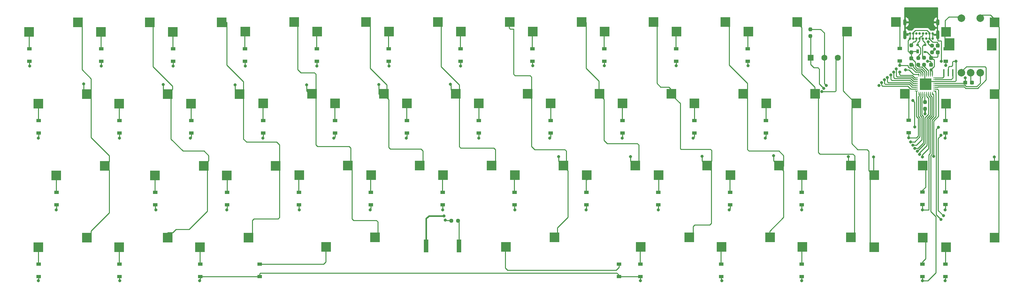
<source format=gbl>
G04 #@! TF.GenerationSoftware,KiCad,Pcbnew,(6.0.1)*
G04 #@! TF.CreationDate,2022-02-08T20:19:43+09:00*
G04 #@! TF.ProjectId,PCB_design_try,5043425f-6465-4736-9967-6e5f7472792e,rev?*
G04 #@! TF.SameCoordinates,Original*
G04 #@! TF.FileFunction,Copper,L2,Bot*
G04 #@! TF.FilePolarity,Positive*
%FSLAX46Y46*%
G04 Gerber Fmt 4.6, Leading zero omitted, Abs format (unit mm)*
G04 Created by KiCad (PCBNEW (6.0.1)) date 2022-02-08 20:19:43*
%MOMM*%
%LPD*%
G01*
G04 APERTURE LIST*
G04 Aperture macros list*
%AMRoundRect*
0 Rectangle with rounded corners*
0 $1 Rounding radius*
0 $2 $3 $4 $5 $6 $7 $8 $9 X,Y pos of 4 corners*
0 Add a 4 corners polygon primitive as box body*
4,1,4,$2,$3,$4,$5,$6,$7,$8,$9,$2,$3,0*
0 Add four circle primitives for the rounded corners*
1,1,$1+$1,$2,$3*
1,1,$1+$1,$4,$5*
1,1,$1+$1,$6,$7*
1,1,$1+$1,$8,$9*
0 Add four rect primitives between the rounded corners*
20,1,$1+$1,$2,$3,$4,$5,0*
20,1,$1+$1,$4,$5,$6,$7,0*
20,1,$1+$1,$6,$7,$8,$9,0*
20,1,$1+$1,$8,$9,$2,$3,0*%
G04 Aperture macros list end*
G04 #@! TA.AperFunction,SMDPad,CuDef*
%ADD10R,2.550000X2.500000*%
G04 #@! TD*
G04 #@! TA.AperFunction,SMDPad,CuDef*
%ADD11R,0.400000X1.900000*%
G04 #@! TD*
G04 #@! TA.AperFunction,ComponentPad*
%ADD12C,0.650000*%
G04 #@! TD*
G04 #@! TA.AperFunction,ComponentPad*
%ADD13O,0.900000X1.700000*%
G04 #@! TD*
G04 #@! TA.AperFunction,ComponentPad*
%ADD14O,0.900000X2.400000*%
G04 #@! TD*
G04 #@! TA.AperFunction,ComponentPad*
%ADD15RoundRect,0.250000X-0.550000X-0.550000X0.550000X-0.550000X0.550000X0.550000X-0.550000X0.550000X0*%
G04 #@! TD*
G04 #@! TA.AperFunction,ComponentPad*
%ADD16C,1.600000*%
G04 #@! TD*
G04 #@! TA.AperFunction,ComponentPad*
%ADD17C,2.000000*%
G04 #@! TD*
G04 #@! TA.AperFunction,ComponentPad*
%ADD18R,2.500000X3.200000*%
G04 #@! TD*
G04 #@! TA.AperFunction,SMDPad,CuDef*
%ADD19R,0.700000X1.000000*%
G04 #@! TD*
G04 #@! TA.AperFunction,SMDPad,CuDef*
%ADD20R,0.700000X0.600000*%
G04 #@! TD*
G04 #@! TA.AperFunction,SMDPad,CuDef*
%ADD21R,1.200000X0.900000*%
G04 #@! TD*
G04 #@! TA.AperFunction,SMDPad,CuDef*
%ADD22RoundRect,0.237500X-0.237500X0.250000X-0.237500X-0.250000X0.237500X-0.250000X0.237500X0.250000X0*%
G04 #@! TD*
G04 #@! TA.AperFunction,SMDPad,CuDef*
%ADD23RoundRect,0.237500X-0.237500X0.287500X-0.237500X-0.287500X0.237500X-0.287500X0.237500X0.287500X0*%
G04 #@! TD*
G04 #@! TA.AperFunction,SMDPad,CuDef*
%ADD24RoundRect,0.237500X0.237500X-0.250000X0.237500X0.250000X-0.237500X0.250000X-0.237500X-0.250000X0*%
G04 #@! TD*
G04 #@! TA.AperFunction,SMDPad,CuDef*
%ADD25RoundRect,0.237500X-0.237500X0.300000X-0.237500X-0.300000X0.237500X-0.300000X0.237500X0.300000X0*%
G04 #@! TD*
G04 #@! TA.AperFunction,SMDPad,CuDef*
%ADD26RoundRect,0.062500X0.375000X0.062500X-0.375000X0.062500X-0.375000X-0.062500X0.375000X-0.062500X0*%
G04 #@! TD*
G04 #@! TA.AperFunction,SMDPad,CuDef*
%ADD27RoundRect,0.062500X0.062500X0.375000X-0.062500X0.375000X-0.062500X-0.375000X0.062500X-0.375000X0*%
G04 #@! TD*
G04 #@! TA.AperFunction,SMDPad,CuDef*
%ADD28R,3.100000X3.100000*%
G04 #@! TD*
G04 #@! TA.AperFunction,SMDPad,CuDef*
%ADD29RoundRect,0.237500X0.237500X-0.300000X0.237500X0.300000X-0.237500X0.300000X-0.237500X-0.300000X0*%
G04 #@! TD*
G04 #@! TA.AperFunction,SMDPad,CuDef*
%ADD30R,1.300000X3.400000*%
G04 #@! TD*
G04 #@! TA.AperFunction,SMDPad,CuDef*
%ADD31RoundRect,0.237500X-0.300000X-0.237500X0.300000X-0.237500X0.300000X0.237500X-0.300000X0.237500X0*%
G04 #@! TD*
G04 #@! TA.AperFunction,SMDPad,CuDef*
%ADD32RoundRect,0.237500X-0.250000X-0.237500X0.250000X-0.237500X0.250000X0.237500X-0.250000X0.237500X0*%
G04 #@! TD*
G04 #@! TA.AperFunction,ViaPad*
%ADD33C,0.800000*%
G04 #@! TD*
G04 #@! TA.AperFunction,Conductor*
%ADD34C,0.250000*%
G04 #@! TD*
G04 #@! TA.AperFunction,Conductor*
%ADD35C,0.381000*%
G04 #@! TD*
G04 #@! TA.AperFunction,Conductor*
%ADD36C,0.330200*%
G04 #@! TD*
G04 APERTURE END LIST*
D10*
X102590000Y-80768750D03*
X115517000Y-78228750D03*
D11*
X267483750Y-34473750D03*
X266283750Y-34473750D03*
X268683750Y-34473750D03*
D12*
X257375000Y-25456250D03*
X258225000Y-25456250D03*
X259075000Y-25456250D03*
X259925000Y-25456250D03*
X260775000Y-25456250D03*
X261625000Y-25456250D03*
X262475000Y-25456250D03*
X263325000Y-25456250D03*
X263330000Y-24131250D03*
X262480000Y-24131250D03*
X261630000Y-24131250D03*
X260780000Y-24131250D03*
X259930000Y-24131250D03*
X259080000Y-24131250D03*
X258230000Y-24131250D03*
X257375000Y-24131250D03*
D13*
X264675000Y-21096250D03*
D14*
X264675000Y-24476250D03*
X256025000Y-24476250D03*
D13*
X256025000Y-21096250D03*
D15*
X231026250Y-30553750D03*
D16*
X234626250Y-30553750D03*
X238226250Y-30553750D03*
D10*
X150215000Y-80768750D03*
X163142000Y-78228750D03*
X138308750Y-23618750D03*
X151235750Y-21078750D03*
D17*
X270946250Y-34513750D03*
X273446250Y-34513750D03*
X275946250Y-34513750D03*
D18*
X267846250Y-27013750D03*
X279046250Y-27013750D03*
D17*
X270946250Y-20013750D03*
X275946250Y-20013750D03*
D10*
X247846250Y-80803750D03*
X260773250Y-78263750D03*
X247846250Y-61718750D03*
X260773250Y-59178750D03*
X256010750Y-40128750D03*
X243083750Y-42668750D03*
X240702500Y-23618750D03*
X253629500Y-21078750D03*
X219271250Y-42668750D03*
X232198250Y-40128750D03*
X207365000Y-80768750D03*
X220292000Y-78228750D03*
X181171250Y-42668750D03*
X194098250Y-40128750D03*
X157358750Y-23618750D03*
X170285750Y-21078750D03*
X100208750Y-23618750D03*
X113135750Y-21078750D03*
X81158750Y-23618750D03*
X94085750Y-21078750D03*
X69115000Y-80803750D03*
X82042000Y-78263750D03*
X42921250Y-23653750D03*
X55848250Y-21113750D03*
D19*
X259350000Y-28837500D03*
D20*
X259350000Y-27137500D03*
X261350000Y-27137500D03*
X261350000Y-29037500D03*
D10*
X39179500Y-40163750D03*
X26252500Y-42703750D03*
X43942000Y-59213750D03*
X31015000Y-61753750D03*
X184573250Y-59178750D03*
X171646250Y-61718750D03*
X127423250Y-59178750D03*
X114496250Y-61718750D03*
X279823250Y-40163750D03*
X266896250Y-42703750D03*
X60610750Y-78263750D03*
X47683750Y-80803750D03*
X39179500Y-78263750D03*
X26252500Y-80803750D03*
X36798250Y-21113750D03*
X23871250Y-23653750D03*
X198860750Y-78228750D03*
X185933750Y-80768750D03*
X279823250Y-59178750D03*
X266896250Y-61718750D03*
X279823250Y-21113750D03*
X266896250Y-23653750D03*
X70135750Y-59213750D03*
X57208750Y-61753750D03*
X89185750Y-59213750D03*
X76258750Y-61753750D03*
X241723250Y-78228750D03*
X228796250Y-80768750D03*
X132185750Y-21078750D03*
X119258750Y-23618750D03*
X98848250Y-40128750D03*
X85921250Y-42668750D03*
X79660750Y-40163750D03*
X66733750Y-42703750D03*
X213148250Y-40128750D03*
X200221250Y-42668750D03*
X222673250Y-59178750D03*
X209746250Y-61718750D03*
X146473250Y-59178750D03*
X133546250Y-61718750D03*
X189335750Y-21078750D03*
X176408750Y-23618750D03*
X208385750Y-21078750D03*
X195458750Y-23618750D03*
X228796250Y-61718750D03*
X241723250Y-59178750D03*
X266896250Y-80803750D03*
X279823250Y-78263750D03*
X60610750Y-40163750D03*
X47683750Y-42703750D03*
X227435750Y-21078750D03*
X214508750Y-23618750D03*
X155998250Y-40128750D03*
X143071250Y-42668750D03*
X136948250Y-40128750D03*
X124021250Y-42668750D03*
X203623250Y-59178750D03*
X190696250Y-61718750D03*
X175048250Y-40128750D03*
X162121250Y-42668750D03*
X74898250Y-21113750D03*
X61971250Y-23653750D03*
X108373250Y-59178750D03*
X95446250Y-61718750D03*
X117898250Y-40128750D03*
X104971250Y-42668750D03*
X165523250Y-59178750D03*
X152596250Y-61718750D03*
D21*
X180181250Y-88580000D03*
X180181250Y-85280000D03*
X31100000Y-69530000D03*
X31100000Y-66230000D03*
X26337500Y-85280000D03*
X26337500Y-88580000D03*
X266763500Y-69436250D03*
X266763500Y-66136250D03*
X123968750Y-47180000D03*
X123968750Y-50480000D03*
X228663500Y-66230000D03*
X228663500Y-69530000D03*
X214344250Y-28130000D03*
X214344250Y-31430000D03*
X176356250Y-28130000D03*
X176356250Y-31430000D03*
X228663500Y-85280000D03*
X228663500Y-88580000D03*
D22*
X263221250Y-27286250D03*
X263221250Y-29111250D03*
D21*
X84931250Y-85280000D03*
X84931250Y-88580000D03*
D22*
X261316250Y-44116250D03*
X261316250Y-42291250D03*
D21*
X209693750Y-66230000D03*
X209693750Y-69530000D03*
X66818750Y-50480000D03*
X66818750Y-47180000D03*
D22*
X259561250Y-32421250D03*
X259561250Y-30596250D03*
D21*
X47768750Y-85280000D03*
X47768750Y-88580000D03*
X95393750Y-66230000D03*
X95393750Y-69530000D03*
X260635750Y-88580000D03*
X260635750Y-85280000D03*
D23*
X264741250Y-27343750D03*
X264741250Y-29093750D03*
D21*
X69200000Y-88580000D03*
X69200000Y-85280000D03*
X157306250Y-28130000D03*
X157306250Y-31430000D03*
X171593750Y-66230000D03*
X171593750Y-69530000D03*
D24*
X230936250Y-24786250D03*
X230936250Y-22961250D03*
D21*
X260635750Y-66198750D03*
X260635750Y-69498750D03*
X195406250Y-31430000D03*
X195406250Y-28130000D03*
X207312500Y-85280000D03*
X207312500Y-88580000D03*
X254631250Y-31368750D03*
X254631250Y-28068750D03*
X200168750Y-47180000D03*
X200168750Y-50480000D03*
D25*
X262926250Y-30641250D03*
X262926250Y-32366250D03*
D21*
X23956250Y-31430000D03*
X23956250Y-28130000D03*
X114443750Y-69530000D03*
X114443750Y-66230000D03*
X100156250Y-28130000D03*
X100156250Y-31430000D03*
X57293750Y-66230000D03*
X57293750Y-69530000D03*
X219138500Y-47180000D03*
X219138500Y-50480000D03*
X76343750Y-66230000D03*
X76343750Y-69530000D03*
X119206250Y-28130000D03*
X119206250Y-31430000D03*
X43006250Y-28130000D03*
X43006250Y-31430000D03*
X138256250Y-28130000D03*
X138256250Y-31430000D03*
X185881250Y-88580000D03*
X185881250Y-85280000D03*
X257051250Y-50408750D03*
X257051250Y-47108750D03*
D22*
X257681250Y-27226250D03*
X257681250Y-29051250D03*
D21*
X26337500Y-50480000D03*
X26337500Y-47180000D03*
X47768750Y-50480000D03*
X47768750Y-47180000D03*
D26*
X263948750Y-35828750D03*
X263948750Y-36328750D03*
X263948750Y-36828750D03*
X263948750Y-37328750D03*
X263948750Y-37828750D03*
X263948750Y-38328750D03*
X263948750Y-38828750D03*
X263948750Y-39328750D03*
D27*
X263261250Y-40016250D03*
X262761250Y-40016250D03*
X262261250Y-40016250D03*
X261761250Y-40016250D03*
X261261250Y-40016250D03*
X260761250Y-40016250D03*
X260261250Y-40016250D03*
X259761250Y-40016250D03*
D26*
X259073750Y-39328750D03*
X259073750Y-38828750D03*
X259073750Y-38328750D03*
X259073750Y-37828750D03*
X259073750Y-37328750D03*
X259073750Y-36828750D03*
X259073750Y-36328750D03*
X259073750Y-35828750D03*
D27*
X259761250Y-35141250D03*
X260261250Y-35141250D03*
X260761250Y-35141250D03*
X261261250Y-35141250D03*
X261761250Y-35141250D03*
X262261250Y-35141250D03*
X262761250Y-35141250D03*
X263261250Y-35141250D03*
D28*
X261511250Y-37578750D03*
D21*
X266843750Y-31430000D03*
X266843750Y-28130000D03*
X190643750Y-66230000D03*
X190643750Y-69530000D03*
X143018750Y-50480000D03*
X143018750Y-47180000D03*
D29*
X257666250Y-32416250D03*
X257666250Y-30691250D03*
D21*
X152543750Y-66230000D03*
X152543750Y-69530000D03*
D30*
X129105000Y-80487500D03*
X137805000Y-80487500D03*
D21*
X85868750Y-50480000D03*
X85868750Y-47180000D03*
X104918750Y-47180000D03*
X104918750Y-50480000D03*
D22*
X261081250Y-30566250D03*
X261081250Y-32391250D03*
D21*
X266731750Y-50480000D03*
X266731750Y-47180000D03*
X181118750Y-47180000D03*
X181118750Y-50480000D03*
D31*
X273758750Y-37113750D03*
X272033750Y-37113750D03*
D21*
X133493750Y-69530000D03*
X133493750Y-66230000D03*
X81106250Y-31430000D03*
X81106250Y-28130000D03*
D32*
X135750000Y-73783750D03*
X137575000Y-73783750D03*
D21*
X62056250Y-31430000D03*
X62056250Y-28130000D03*
X266731750Y-88580000D03*
X266731750Y-85280000D03*
X162068750Y-47180000D03*
X162068750Y-50480000D03*
D33*
X234525588Y-38663088D03*
X271976250Y-35883750D03*
X234010130Y-39544852D03*
X258151250Y-41888750D03*
X258601250Y-48868750D03*
X279691250Y-56828750D03*
X263607230Y-56728750D03*
X264847341Y-48988750D03*
X265571841Y-51144250D03*
X235171250Y-37917761D03*
X249113187Y-37932203D03*
X256181250Y-33718750D03*
X254611250Y-34358750D03*
X262202333Y-26339628D03*
X269501250Y-31488750D03*
X263856443Y-28275625D03*
X265644248Y-31468750D03*
X262036591Y-31490544D03*
X164231250Y-56798750D03*
X257558462Y-52869157D03*
X258122577Y-53694250D03*
X183251250Y-56748750D03*
X202221250Y-56718750D03*
X258638146Y-54579379D03*
X259279352Y-55346099D03*
X221201250Y-56498750D03*
X259861250Y-56158750D03*
X240981250Y-56808750D03*
X260661250Y-56848750D03*
X247731250Y-56883250D03*
X133855000Y-72487500D03*
X266201250Y-72478750D03*
X261308951Y-45446452D03*
X262921553Y-33730587D03*
X185855000Y-89687500D03*
X207455000Y-89687500D03*
X228655000Y-89687500D03*
X47855000Y-89687500D03*
X266655000Y-89687500D03*
X260655000Y-89687500D03*
X69055000Y-89687500D03*
X26255000Y-89687500D03*
X265581250Y-73438750D03*
X134180000Y-73587500D03*
X195331250Y-32668750D03*
X42941250Y-32768750D03*
X157331250Y-32668750D03*
X62031250Y-32768750D03*
X138231250Y-32768750D03*
X176331250Y-32668750D03*
X100131250Y-32768750D03*
X81131250Y-32768750D03*
X119231250Y-32768750D03*
X23971250Y-32768750D03*
X214431250Y-32668750D03*
X266831250Y-32568750D03*
X254621250Y-32558750D03*
X104631250Y-51868750D03*
X143031250Y-51868750D03*
X161831250Y-51868750D03*
X47831250Y-51868750D03*
X66631250Y-51868750D03*
X85831250Y-51868750D03*
X257021250Y-51788750D03*
X26255000Y-51868750D03*
X266631250Y-51868750D03*
X219031250Y-51868750D03*
X199831250Y-51868750D03*
X123831250Y-51868750D03*
X181031250Y-51868750D03*
X266655000Y-70887500D03*
X133455000Y-70887500D03*
X228655000Y-70887500D03*
X209455000Y-70887500D03*
X114255000Y-70887500D03*
X57455000Y-70887500D03*
X260655000Y-70887500D03*
X171455000Y-70887500D03*
X76255000Y-70887500D03*
X31055000Y-70887500D03*
X190655000Y-70887500D03*
X152655000Y-70887500D03*
X95455000Y-70887500D03*
X253721250Y-33478750D03*
X38351250Y-37438750D03*
X59381250Y-37658750D03*
X252996750Y-34347237D03*
X78441250Y-37688750D03*
X252272250Y-35088056D03*
X97421250Y-37728750D03*
X251351250Y-35740278D03*
X116571250Y-37658750D03*
X250565379Y-36357864D03*
X249821250Y-37173250D03*
X135521250Y-37598750D03*
D34*
X200221250Y-47127500D02*
X200168750Y-47180000D01*
X200221250Y-42668750D02*
X200221250Y-47127500D01*
X190696250Y-66177500D02*
X190643750Y-66230000D01*
X190696250Y-61718750D02*
X190696250Y-66177500D01*
X162121250Y-47127500D02*
X162068750Y-47180000D01*
X162121250Y-42668750D02*
X162121250Y-47127500D01*
X76343750Y-61883750D02*
X76343750Y-66230000D01*
X76258750Y-61798750D02*
X76343750Y-61883750D01*
X76258750Y-61753750D02*
X76258750Y-61798750D01*
X42921250Y-28045000D02*
X43006250Y-28130000D01*
X42921250Y-23653750D02*
X42921250Y-28045000D01*
X47683750Y-47095000D02*
X47768750Y-47180000D01*
X47683750Y-42703750D02*
X47683750Y-47095000D01*
X268271250Y-36328750D02*
X268683750Y-35916250D01*
X263948750Y-36328750D02*
X268271250Y-36328750D01*
X268683750Y-35916250D02*
X268683750Y-34473750D01*
X265981250Y-35828750D02*
X266283750Y-35526250D01*
X266283750Y-35526250D02*
X266283750Y-34473750D01*
X263948750Y-35828750D02*
X265981250Y-35828750D01*
X267483750Y-33106250D02*
X267483750Y-34473750D01*
X267486250Y-33103750D02*
X267483750Y-33106250D01*
X267486250Y-33043750D02*
X267486250Y-33103750D01*
X267736250Y-32793750D02*
X267486250Y-33043750D01*
X268376250Y-32793750D02*
X267736250Y-32793750D01*
X268576250Y-32593750D02*
X268376250Y-32793750D01*
X268576250Y-31713750D02*
X268576250Y-32593750D01*
X268801250Y-31488750D02*
X268576250Y-31713750D01*
X269501250Y-31488750D02*
X268801250Y-31488750D01*
X256367500Y-24133750D02*
X257372500Y-24133750D01*
X257372500Y-24133750D02*
X257375000Y-24131250D01*
X256025000Y-24476250D02*
X256367500Y-24133750D01*
X263675000Y-24476250D02*
X263330000Y-24131250D01*
X264675000Y-24476250D02*
X263675000Y-24476250D01*
X264753750Y-24476250D02*
X264866250Y-24363750D01*
X264675000Y-24476250D02*
X264753750Y-24476250D01*
X234626250Y-37372761D02*
X234626250Y-30553750D01*
X235171250Y-37917761D02*
X234626250Y-37372761D01*
X233623750Y-22961250D02*
X230936250Y-22961250D01*
X234626250Y-23963750D02*
X233623750Y-22961250D01*
X234626250Y-30553750D02*
X234626250Y-23963750D01*
X230996250Y-24846250D02*
X230996250Y-30523750D01*
X230936250Y-24786250D02*
X230996250Y-24846250D01*
X230996250Y-30523750D02*
X231026250Y-30553750D01*
X231026250Y-32303750D02*
X231026250Y-31143750D01*
X232956250Y-33173750D02*
X231896250Y-33173750D01*
X231026250Y-31143750D02*
X230774109Y-30891609D01*
X233326250Y-33543750D02*
X232956250Y-33173750D01*
X233326250Y-37463750D02*
X233326250Y-33543750D01*
X231896250Y-33173750D02*
X231026250Y-32303750D01*
X234525588Y-38663088D02*
X233326250Y-37463750D01*
X237666250Y-39353750D02*
X237666250Y-30583750D01*
X234010130Y-39544852D02*
X237475148Y-39544852D01*
X237475148Y-39544852D02*
X237666250Y-39353750D01*
X273446250Y-36801250D02*
X273446250Y-34513750D01*
X273758750Y-37113750D02*
X273446250Y-36801250D01*
X272033750Y-35941250D02*
X271976250Y-35883750D01*
X272033750Y-37113750D02*
X272033750Y-35941250D01*
X263993750Y-37283750D02*
X263948750Y-37328750D01*
X272033750Y-37113750D02*
X271863750Y-37283750D01*
X271863750Y-37283750D02*
X263993750Y-37283750D01*
X119200000Y-41603000D02*
X117760750Y-40163750D01*
X119200000Y-54331250D02*
X119200000Y-41603000D01*
X127701250Y-54733750D02*
X119602500Y-54733750D01*
X128255000Y-58244500D02*
X128255000Y-55287500D01*
X128255000Y-55287500D02*
X127701250Y-54733750D01*
X127285750Y-59213750D02*
X128255000Y-58244500D01*
X119602500Y-54733750D02*
X119200000Y-54331250D01*
X183251250Y-58029250D02*
X183251250Y-56748750D01*
X184435750Y-59213750D02*
X183251250Y-58029250D01*
X185455000Y-58194500D02*
X184435750Y-59213750D01*
X177055000Y-53287500D02*
X185055000Y-53287500D01*
X176255000Y-41508000D02*
X176255000Y-52487500D01*
X185055000Y-53287500D02*
X185455000Y-53687500D01*
X185455000Y-53687500D02*
X185455000Y-58194500D01*
X175234500Y-40487500D02*
X176255000Y-41508000D01*
X174910750Y-40487500D02*
X175234500Y-40487500D01*
X176255000Y-52487500D02*
X177055000Y-53287500D01*
X26252500Y-47095000D02*
X26337500Y-47180000D01*
X26252500Y-42703750D02*
X26252500Y-47095000D01*
X23871250Y-28045000D02*
X23956250Y-28130000D01*
X23871250Y-23653750D02*
X23871250Y-28045000D01*
X279622000Y-20139500D02*
X278702979Y-19220479D01*
X279622000Y-21095000D02*
X279622000Y-20139500D01*
X278702979Y-19220479D02*
X275991250Y-19220479D01*
X267671250Y-19688750D02*
X270991250Y-19688750D01*
X266695000Y-20665000D02*
X267671250Y-19688750D01*
X266695000Y-23635000D02*
X266695000Y-20665000D01*
X261261250Y-37328750D02*
X261511250Y-37578750D01*
X261261250Y-35141250D02*
X261261250Y-37328750D01*
X262261250Y-36828750D02*
X261511250Y-37578750D01*
X263948750Y-36828750D02*
X262261250Y-36828750D01*
X266758750Y-47153000D02*
X266731750Y-47180000D01*
X266758750Y-42703750D02*
X266758750Y-47153000D01*
X272315761Y-32864239D02*
X270991250Y-34188750D01*
X277266739Y-32864239D02*
X272315761Y-32864239D01*
X277521250Y-36375276D02*
X277521250Y-33118750D01*
X275268736Y-38627790D02*
X277521250Y-36375276D01*
X271720236Y-38278270D02*
X272069757Y-38627790D01*
X272069757Y-38627790D02*
X275268736Y-38627790D01*
X277521250Y-33118750D02*
X277266739Y-32864239D01*
X264787448Y-38278270D02*
X271720236Y-38278270D01*
X263948750Y-38328750D02*
X264736968Y-38328750D01*
X264736968Y-38328750D02*
X264787448Y-38278270D01*
X275991250Y-37269558D02*
X275991250Y-34188750D01*
X275082538Y-38178270D02*
X275991250Y-37269558D01*
X272255954Y-38178270D02*
X275082538Y-38178270D01*
X271906434Y-37828750D02*
X272255954Y-38178270D01*
X263948750Y-37828750D02*
X271906434Y-37828750D01*
X239611250Y-39368750D02*
X242946250Y-42703750D01*
X239611250Y-24607500D02*
X239611250Y-39368750D01*
X240565000Y-23653750D02*
X239611250Y-24607500D01*
X258571250Y-48838750D02*
X258571250Y-42308750D01*
X258601250Y-48868750D02*
X258571250Y-48838750D01*
X258571250Y-42308750D02*
X258151250Y-41888750D01*
X259031250Y-51788750D02*
X257021250Y-51788750D01*
X259561550Y-51258450D02*
X259031250Y-51788750D01*
X259081250Y-46150518D02*
X259561550Y-46630818D01*
X259561550Y-46630818D02*
X259561550Y-51258450D01*
X259081250Y-39318750D02*
X259081250Y-46150518D01*
X259768750Y-40669816D02*
X259768750Y-40006250D01*
X259571250Y-40867316D02*
X259768750Y-40669816D01*
X260011070Y-51448930D02*
X260011070Y-46444620D01*
X260011070Y-46444620D02*
X259571250Y-46004800D01*
X258590843Y-52869157D02*
X260011070Y-51448930D01*
X259571250Y-46004800D02*
X259571250Y-40867316D01*
X257558462Y-52869157D02*
X258590843Y-52869157D01*
X260268750Y-40805532D02*
X260268750Y-40006250D01*
X260041730Y-41032553D02*
X260268750Y-40805532D01*
X260041730Y-45839562D02*
X260041730Y-41032553D01*
X260460590Y-46258423D02*
X260041730Y-45839562D01*
X260460590Y-52309410D02*
X260460590Y-46258423D01*
X258122577Y-53694250D02*
X259075750Y-53694250D01*
X259075750Y-53694250D02*
X260460590Y-52309410D01*
X260491250Y-41218750D02*
X260768750Y-40941250D01*
X260491250Y-45653365D02*
X260491250Y-41218750D01*
X260768750Y-40941250D02*
X260768750Y-40006250D01*
X260910110Y-46072225D02*
X260491250Y-45653365D01*
X259450621Y-54579379D02*
X260910110Y-53119890D01*
X258638146Y-54579379D02*
X259450621Y-54579379D01*
X260910110Y-53119890D02*
X260910110Y-46072225D01*
D35*
X261308951Y-44373549D02*
X261351250Y-44331250D01*
X261308951Y-45446452D02*
X261308951Y-44373549D01*
D34*
X261768750Y-40780014D02*
X261768750Y-40006250D01*
X262292690Y-41303954D02*
X261768750Y-40780014D01*
X261359630Y-46420371D02*
X262292690Y-45487311D01*
X261359630Y-53306088D02*
X261359630Y-46420371D01*
X259319619Y-55346099D02*
X261359630Y-53306088D01*
X262292690Y-45487311D02*
X262292690Y-41303954D01*
X259279352Y-55346099D02*
X259319619Y-55346099D01*
X262742210Y-41117756D02*
X262268750Y-40644296D01*
X262742210Y-45673508D02*
X262742210Y-41117756D01*
X261809150Y-53840915D02*
X261809150Y-46606568D01*
X259861250Y-55788815D02*
X261809150Y-53840915D01*
X261809150Y-46606568D02*
X262742210Y-45673508D01*
X262268750Y-40644296D02*
X262268750Y-40006250D01*
X259861250Y-56158750D02*
X259861250Y-55788815D01*
X263191730Y-45859705D02*
X263191730Y-40931558D01*
X262258670Y-46792765D02*
X263191730Y-45859705D01*
X263191730Y-40931558D02*
X262768750Y-40508578D01*
X262258670Y-54681330D02*
X262258670Y-46792765D01*
X260585761Y-56354239D02*
X262258670Y-54681330D01*
X260585761Y-56773261D02*
X260585761Y-56354239D01*
X260661250Y-56848750D02*
X260585761Y-56773261D01*
X262768750Y-40508578D02*
X262768750Y-40006250D01*
X263641250Y-40378750D02*
X263268750Y-40006250D01*
X263641250Y-46045903D02*
X263641250Y-40378750D01*
X262708190Y-46978963D02*
X263641250Y-46045903D01*
X262708190Y-55967459D02*
X262708190Y-46978963D01*
X262382500Y-56293149D02*
X262708190Y-55967459D01*
X262382500Y-70887500D02*
X262382500Y-56293149D01*
X260655000Y-70887500D02*
X262382500Y-70887500D01*
X264241250Y-39703750D02*
X263951250Y-39413750D01*
X264241250Y-46081621D02*
X264241250Y-39703750D01*
X263157710Y-47165161D02*
X264241250Y-46081621D01*
X262861250Y-56450116D02*
X263157710Y-56153656D01*
X262861250Y-71354468D02*
X262861250Y-56450116D01*
X264241250Y-72734468D02*
X262861250Y-71354468D01*
X262112500Y-89687500D02*
X264241250Y-87558750D01*
X263157710Y-56153656D02*
X263157710Y-47165161D01*
X264241250Y-87558750D02*
X264241250Y-72734468D01*
X260655000Y-89687500D02*
X262112500Y-89687500D01*
X261271250Y-42396250D02*
X261271250Y-40218750D01*
X261168750Y-42498750D02*
X261271250Y-42396250D01*
X264921250Y-39148750D02*
X264601250Y-38828750D01*
X264601250Y-38828750D02*
X263948750Y-38828750D01*
X264921250Y-46037339D02*
X264921250Y-39148750D01*
X263607230Y-47351359D02*
X264921250Y-46037339D01*
X263607230Y-56728750D02*
X263607230Y-47351359D01*
X279685750Y-56834250D02*
X279691250Y-56828750D01*
X279685750Y-59213750D02*
X279685750Y-56834250D01*
X264331730Y-49504361D02*
X264847341Y-48988750D01*
X264331730Y-72189230D02*
X264331730Y-49504361D01*
X265581250Y-73438750D02*
X264331730Y-72189230D01*
X264781250Y-51934841D02*
X265571841Y-51144250D01*
X264781250Y-71058750D02*
X264781250Y-51934841D01*
X266201250Y-72478750D02*
X264781250Y-71058750D01*
X266111250Y-72478750D02*
X266061250Y-72428750D01*
X266201250Y-72478750D02*
X266111250Y-72478750D01*
X235221250Y-37867761D02*
X235171250Y-37917761D01*
X257898379Y-38318750D02*
X259081250Y-38318750D01*
X250791730Y-37589230D02*
X257168859Y-37589230D01*
X257168859Y-37589230D02*
X257898379Y-38318750D01*
X250565379Y-36357864D02*
X250565379Y-37362879D01*
X250565379Y-37362879D02*
X250791730Y-37589230D01*
X256745261Y-38038750D02*
X257525261Y-38818750D01*
X257525261Y-38818750D02*
X259081250Y-38818750D01*
X250081250Y-38038750D02*
X256745261Y-38038750D01*
X249821250Y-37778750D02*
X250081250Y-38038750D01*
X249821250Y-37173250D02*
X249821250Y-37778750D01*
X251582210Y-37139710D02*
X257355057Y-37139710D01*
X257355057Y-37139710D02*
X258034097Y-37818750D01*
X258034097Y-37818750D02*
X259081250Y-37818750D01*
X251351250Y-36908750D02*
X251582210Y-37139710D01*
X251351250Y-35740278D02*
X251351250Y-36908750D01*
X257369815Y-36518750D02*
X258169815Y-37318750D01*
X252272250Y-36239750D02*
X252551250Y-36518750D01*
X258169815Y-37318750D02*
X259081250Y-37318750D01*
X252272250Y-35088056D02*
X252272250Y-36239750D01*
X252551250Y-36518750D02*
X257369815Y-36518750D01*
X257556013Y-36069230D02*
X258305533Y-36818750D01*
X258305533Y-36818750D02*
X259081250Y-36818750D01*
X253291730Y-36069230D02*
X257556013Y-36069230D01*
X252996750Y-35774250D02*
X253291730Y-36069230D01*
X252996750Y-34347237D02*
X252996750Y-35774250D01*
X257742210Y-35619710D02*
X258441730Y-36319230D01*
X253962210Y-35619710D02*
X257742210Y-35619710D01*
X253721250Y-35378750D02*
X253962210Y-35619710D01*
X253721250Y-33478750D02*
X253721250Y-35378750D01*
X257112685Y-33718750D02*
X258292685Y-34898750D01*
X256181250Y-33718750D02*
X257112685Y-33718750D01*
X258292685Y-34898750D02*
X259518750Y-34898750D01*
X259518750Y-34898750D02*
X259761250Y-35141250D01*
X256851730Y-32884046D02*
X256851730Y-32558750D01*
X257180954Y-33213270D02*
X256851730Y-32884046D01*
X258831730Y-34369230D02*
X257675770Y-33213270D01*
X257675770Y-33213270D02*
X257180954Y-33213270D01*
X259991558Y-34369230D02*
X258831730Y-34369230D01*
X260268750Y-34646422D02*
X259991558Y-34369230D01*
X256851730Y-32558750D02*
X254621250Y-32558750D01*
X260268750Y-35131250D02*
X260268750Y-34646422D01*
X258312210Y-32489710D02*
X258173750Y-32351250D01*
X258312210Y-33090243D02*
X258312210Y-32489710D01*
X258173750Y-32351250D02*
X257651250Y-32351250D01*
X258878354Y-33656387D02*
X258312210Y-33090243D01*
X259141676Y-33919710D02*
X258878354Y-33656387D01*
X260177755Y-33919710D02*
X259141676Y-33919710D01*
X260768750Y-34510705D02*
X260177755Y-33919710D01*
X260768750Y-35131250D02*
X260768750Y-34510705D01*
X258761730Y-32904046D02*
X258761730Y-31736730D01*
X259327874Y-33470190D02*
X258761730Y-32904046D01*
X260363953Y-33470190D02*
X259327874Y-33470190D01*
X258761730Y-31736730D02*
X257651250Y-30626250D01*
X261261250Y-34367487D02*
X260363953Y-33470190D01*
X261261250Y-35141250D02*
X261261250Y-34367487D01*
X258586967Y-35828750D02*
X259073750Y-35828750D01*
X257928409Y-35170191D02*
X258586967Y-35828750D01*
X254591250Y-34918750D02*
X254842690Y-35170190D01*
X254591250Y-34378750D02*
X254591250Y-34918750D01*
X254842690Y-35170190D02*
X257928409Y-35170191D01*
X254611250Y-34358750D02*
X254591250Y-34378750D01*
X260431250Y-24928750D02*
X260751250Y-24608750D01*
X259925000Y-25115000D02*
X260111250Y-24928750D01*
X259925000Y-25456250D02*
X259925000Y-25115000D01*
X260111250Y-24928750D02*
X260431250Y-24928750D01*
X260751250Y-24608750D02*
X260751250Y-24160000D01*
X260751250Y-24160000D02*
X260780000Y-24131250D01*
X260775000Y-25432500D02*
X260691250Y-25348750D01*
X260775000Y-25456250D02*
X260775000Y-25432500D01*
X263330000Y-25451250D02*
X263325000Y-25456250D01*
X263330000Y-24131250D02*
X263330000Y-25451250D01*
X263330000Y-24180000D02*
X263211250Y-24298750D01*
X263330000Y-24131250D02*
X263330000Y-24180000D01*
X257375000Y-24131250D02*
X257375000Y-25456250D01*
X256370000Y-24131250D02*
X256025000Y-24476250D01*
X258230000Y-25451250D02*
X258225000Y-25456250D01*
X258230000Y-24131250D02*
X258230000Y-25451250D01*
X258230000Y-23840000D02*
X258230000Y-24131250D01*
X261851250Y-23258750D02*
X258811250Y-23258750D01*
X262480000Y-23887500D02*
X261851250Y-23258750D01*
X258811250Y-23258750D02*
X258230000Y-23840000D01*
X262480000Y-24131250D02*
X262480000Y-23887500D01*
X262475000Y-24136250D02*
X262480000Y-24131250D01*
X262475000Y-25456250D02*
X262475000Y-24136250D01*
X264741250Y-26588750D02*
X264741250Y-27343750D01*
X264561250Y-26408750D02*
X264741250Y-26588750D01*
X263358952Y-26408750D02*
X264561250Y-26408750D01*
X262475000Y-25456250D02*
X262475000Y-25524798D01*
X262475000Y-25524798D02*
X263358952Y-26408750D01*
X262475000Y-25587681D02*
X262475000Y-25456250D01*
X262708750Y-27286250D02*
X263221250Y-27286250D01*
X262202333Y-26779833D02*
X262708750Y-27286250D01*
X262202333Y-26339628D02*
X262202333Y-26779833D01*
X269271250Y-36828750D02*
X263948750Y-36828750D01*
X269501250Y-36598750D02*
X269271250Y-36828750D01*
X269501250Y-31488750D02*
X269501250Y-36598750D01*
X263221250Y-28910818D02*
X263856443Y-28275625D01*
X263221250Y-29111250D02*
X263221250Y-28910818D01*
X264675000Y-25892500D02*
X264675000Y-24476250D01*
X264831250Y-26048750D02*
X264675000Y-25892500D01*
X265551250Y-26048750D02*
X264831250Y-26048750D01*
X265644248Y-26141748D02*
X265551250Y-26048750D01*
X265644248Y-31468750D02*
X265644248Y-26141748D01*
X264741250Y-30168750D02*
X264741250Y-29093750D01*
X264511250Y-30398750D02*
X264741250Y-30168750D01*
X263138750Y-30398750D02*
X264511250Y-30398750D01*
X262901250Y-30636250D02*
X263138750Y-30398750D01*
X257651250Y-29081250D02*
X257681250Y-29051250D01*
X257651250Y-30626250D02*
X257651250Y-29081250D01*
X256851250Y-28808750D02*
X256851250Y-25980000D01*
X257061250Y-29018750D02*
X256851250Y-28808750D01*
X257681250Y-29051250D02*
X257648750Y-29018750D01*
X257648750Y-29018750D02*
X257061250Y-29018750D01*
X256851250Y-25980000D02*
X257375000Y-25456250D01*
X257895000Y-28837500D02*
X257681250Y-29051250D01*
X259350000Y-28837500D02*
X257895000Y-28837500D01*
X257375000Y-25456250D02*
X257183750Y-25456250D01*
X260181250Y-29438750D02*
X260181250Y-27968750D01*
X260181250Y-27968750D02*
X259350000Y-27137500D01*
X259561250Y-30058750D02*
X260181250Y-29438750D01*
X259561250Y-30596250D02*
X259561250Y-30058750D01*
X259925000Y-26015000D02*
X259925000Y-25456250D01*
X259350000Y-27137500D02*
X259350000Y-26590000D01*
X259350000Y-26590000D02*
X259925000Y-26015000D01*
X260775000Y-25982500D02*
X260775000Y-25456250D01*
X261350000Y-26557500D02*
X260775000Y-25982500D01*
X261350000Y-27137500D02*
X261350000Y-26557500D01*
X260972500Y-27137500D02*
X261350000Y-27137500D01*
X260675489Y-27434511D02*
X260972500Y-27137500D01*
X261081250Y-30566250D02*
X260675489Y-30160489D01*
X260675489Y-30160489D02*
X260675489Y-27434511D01*
X262901250Y-30088750D02*
X261850000Y-29037500D01*
X261850000Y-29037500D02*
X261450000Y-29037500D01*
X262901250Y-30636250D02*
X262901250Y-30088750D01*
X262901250Y-30636250D02*
X262901250Y-30308750D01*
X262430954Y-31498270D02*
X262423228Y-31490544D01*
X262660770Y-31498270D02*
X262430954Y-31498270D01*
X262901250Y-31738750D02*
X262660770Y-31498270D01*
X262423228Y-31490544D02*
X262036591Y-31490544D01*
X262901250Y-32361250D02*
X262901250Y-31738750D01*
X263511250Y-30868750D02*
X262667500Y-30868750D01*
X263781250Y-32812316D02*
X263781250Y-31138750D01*
X263781250Y-31138750D02*
X263511250Y-30868750D01*
X263137796Y-33455770D02*
X263781250Y-32812316D01*
X262571250Y-32361250D02*
X262571250Y-32244919D01*
X263261250Y-34070284D02*
X262921553Y-33730587D01*
X263261250Y-35141250D02*
X263261250Y-34070284D01*
X262761250Y-33890890D02*
X262921553Y-33730587D01*
X262761250Y-35141250D02*
X262761250Y-33890890D01*
X261081250Y-32848750D02*
X261081250Y-32391250D01*
X262261250Y-34028750D02*
X261081250Y-32848750D01*
X262261250Y-35141250D02*
X262261250Y-34028750D01*
X259561250Y-32858750D02*
X259561250Y-32421250D01*
X260550150Y-33020670D02*
X259723170Y-33020670D01*
X261761250Y-34231770D02*
X260550150Y-33020670D01*
X261761250Y-35141250D02*
X261761250Y-34231770D01*
X259723170Y-33020670D02*
X259561250Y-32858750D01*
X263325000Y-25456250D02*
X263283750Y-25456250D01*
D36*
X261491250Y-37638750D02*
X261251630Y-37399130D01*
D34*
X164231250Y-58059250D02*
X164231250Y-56798750D01*
X165385750Y-59213750D02*
X164231250Y-58059250D01*
X258122577Y-53694250D02*
X257902136Y-53694250D01*
X203485750Y-59213750D02*
X202221250Y-57949250D01*
X202221250Y-57949250D02*
X202221250Y-56718750D01*
X204751250Y-57948250D02*
X203485750Y-59213750D01*
X204461250Y-54808750D02*
X204751250Y-55098750D01*
X196621250Y-54808750D02*
X204461250Y-54808750D01*
X196451250Y-54638750D02*
X196621250Y-54808750D01*
X196451250Y-42654250D02*
X196451250Y-54638750D01*
X204751250Y-55098750D02*
X204751250Y-57948250D01*
X193960750Y-40163750D02*
X196451250Y-42654250D01*
X221201250Y-57879250D02*
X221201250Y-56498750D01*
X222535750Y-59213750D02*
X221201250Y-57879250D01*
X240981250Y-58858750D02*
X241336250Y-59213750D01*
X240981250Y-56808750D02*
X240981250Y-58858750D01*
X241336250Y-59213750D02*
X241585750Y-59213750D01*
X247731250Y-56883250D02*
X247708750Y-56905750D01*
X247708750Y-56905750D02*
X247708750Y-61753750D01*
X242661250Y-58138250D02*
X241585750Y-59213750D01*
X233081250Y-55668750D02*
X233500000Y-56087500D01*
X242230000Y-56087500D02*
X242661250Y-56518750D01*
X242661250Y-56518750D02*
X242661250Y-58138250D01*
X233081250Y-41311250D02*
X233081250Y-55668750D01*
X232092500Y-40322500D02*
X233081250Y-41311250D01*
X233500000Y-56087500D02*
X242230000Y-56087500D01*
X257051250Y-51758750D02*
X257021250Y-51788750D01*
X257051250Y-50408750D02*
X257051250Y-51758750D01*
X266695000Y-23635000D02*
X266605489Y-23724511D01*
X266605489Y-23724511D02*
X266605489Y-28130000D01*
D35*
X129855000Y-72487500D02*
X129105000Y-73237500D01*
X129105000Y-73237500D02*
X129105000Y-80487500D01*
X133855000Y-72487500D02*
X129855000Y-72487500D01*
D34*
X31015000Y-61753750D02*
X31015000Y-66145000D01*
X31015000Y-66145000D02*
X31100000Y-66230000D01*
X84931250Y-88887500D02*
X85055000Y-88887500D01*
X228663500Y-88580000D02*
X228663500Y-89679000D01*
X180181250Y-88580000D02*
X185881250Y-88580000D01*
X260635750Y-88580000D02*
X260635750Y-89668250D01*
X266731750Y-88580000D02*
X266731750Y-89610750D01*
X207312500Y-89545000D02*
X207455000Y-89687500D01*
X185881250Y-89661250D02*
X185855000Y-89687500D01*
X180181250Y-88580000D02*
X180181250Y-88206250D01*
X260635750Y-89668250D02*
X260655000Y-89687500D01*
X185881250Y-88580000D02*
X185881250Y-89661250D01*
X47768750Y-88580000D02*
X47768750Y-89601250D01*
X228663500Y-89679000D02*
X228655000Y-89687500D01*
X84931250Y-87880000D02*
X84931250Y-88580000D01*
X84931250Y-88580000D02*
X84931250Y-88887500D01*
X85123750Y-87687500D02*
X84931250Y-87880000D01*
X69200000Y-89542500D02*
X69055000Y-89687500D01*
X179662500Y-87687500D02*
X85123750Y-87687500D01*
X47768750Y-89601250D02*
X47855000Y-89687500D01*
X180181250Y-88206250D02*
X179662500Y-87687500D01*
X84931250Y-88580000D02*
X69200000Y-88580000D01*
X207312500Y-88580000D02*
X207312500Y-89545000D01*
X26337500Y-89605000D02*
X26255000Y-89687500D01*
X266731750Y-89610750D02*
X266655000Y-89687500D01*
X26337500Y-88580000D02*
X26337500Y-89605000D01*
X69200000Y-88580000D02*
X69200000Y-89542500D01*
X61971250Y-28045000D02*
X62056250Y-28130000D01*
X61971250Y-23653750D02*
X61971250Y-28045000D01*
X66733750Y-47095000D02*
X66818750Y-47180000D01*
X66733750Y-42703750D02*
X66733750Y-47095000D01*
X69115000Y-85195000D02*
X69200000Y-85280000D01*
X69115000Y-80803750D02*
X69115000Y-85195000D01*
X81021250Y-23653750D02*
X81855000Y-23653750D01*
X81855000Y-23653750D02*
X81855000Y-24087500D01*
X81021250Y-28045000D02*
X81106250Y-28130000D01*
X81021250Y-23653750D02*
X81021250Y-28045000D01*
X85783750Y-47095000D02*
X85868750Y-47180000D01*
X85783750Y-42703750D02*
X85783750Y-47095000D01*
X114358750Y-66145000D02*
X114443750Y-66230000D01*
X114358750Y-61753750D02*
X114358750Y-66145000D01*
X133408750Y-66145000D02*
X133493750Y-66230000D01*
X133408750Y-61753750D02*
X133408750Y-66145000D01*
X185796250Y-80803750D02*
X185796250Y-85195000D01*
X185796250Y-85195000D02*
X185881250Y-85280000D01*
X195321250Y-23653750D02*
X195321250Y-28045000D01*
X195321250Y-28045000D02*
X195406250Y-28130000D01*
X254631250Y-28068750D02*
X254631250Y-22253000D01*
X254631250Y-22253000D02*
X253492000Y-21113750D01*
X255873250Y-40163750D02*
X256360771Y-40651271D01*
X255873250Y-40163750D02*
X255898250Y-40163750D01*
X255898250Y-40163750D02*
X257051250Y-41316750D01*
X257051250Y-41316750D02*
X257051250Y-47108750D01*
X260635750Y-59213750D02*
X261455000Y-60033000D01*
X261455000Y-64887500D02*
X260635750Y-65706750D01*
X261455000Y-60033000D02*
X261455000Y-64887500D01*
X260635750Y-65706750D02*
X260635750Y-66198750D01*
X261455000Y-83874125D02*
X261455000Y-79083000D01*
X260635750Y-84693375D02*
X261455000Y-83874125D01*
X260635750Y-85280000D02*
X260635750Y-84693375D01*
X261455000Y-79083000D02*
X260635750Y-78263750D01*
X266758750Y-61753750D02*
X266758750Y-66131500D01*
X266758750Y-66131500D02*
X266763500Y-66136250D01*
X266731750Y-80830750D02*
X266758750Y-80803750D01*
X266731750Y-85280000D02*
X266731750Y-80830750D01*
X259278348Y-30837500D02*
X259492500Y-30837500D01*
X258627011Y-26312989D02*
X259075000Y-25865000D01*
X259075000Y-25865000D02*
X259075000Y-25456250D01*
X257750000Y-26850000D02*
X258287011Y-26312989D01*
X258287011Y-26312989D02*
X258627011Y-26312989D01*
X137805000Y-73925000D02*
X137805000Y-80487500D01*
X137567500Y-73687500D02*
X137805000Y-73925000D01*
X135742500Y-73687500D02*
X134280000Y-73687500D01*
X246461250Y-55308750D02*
X246461250Y-60506250D01*
X246792500Y-79887500D02*
X247708750Y-80803750D01*
X246041250Y-54888750D02*
X246461250Y-55308750D01*
X242946250Y-42703750D02*
X242823750Y-42826250D01*
X241931250Y-53338750D02*
X243481250Y-54888750D01*
X246792500Y-62670000D02*
X246792500Y-79887500D01*
X246581250Y-60626250D02*
X247708750Y-61753750D01*
X242946250Y-42703750D02*
X241931250Y-42703750D01*
X247708750Y-61753750D02*
X246792500Y-62670000D01*
X243481250Y-54888750D02*
X246041250Y-54888750D01*
X246461250Y-60506250D02*
X247708750Y-61753750D01*
X241931250Y-42703750D02*
X241931250Y-53338750D01*
X26252500Y-80803750D02*
X26252500Y-85195000D01*
X26252500Y-85195000D02*
X26337500Y-85280000D01*
X57208750Y-61753750D02*
X57208750Y-66145000D01*
X57208750Y-66145000D02*
X57293750Y-66230000D01*
X47683750Y-80803750D02*
X47683750Y-85195000D01*
X47683750Y-85195000D02*
X47768750Y-85280000D01*
X95308750Y-61753750D02*
X95308750Y-66145000D01*
X95308750Y-66145000D02*
X95393750Y-66230000D01*
X101862500Y-85280000D02*
X84931250Y-85280000D01*
X102452500Y-84690000D02*
X101862500Y-85280000D01*
X102452500Y-80803750D02*
X102452500Y-84690000D01*
X100071250Y-23653750D02*
X100071250Y-28045000D01*
X100071250Y-28045000D02*
X100156250Y-28130000D01*
X104833750Y-42703750D02*
X104833750Y-47095000D01*
X104833750Y-47095000D02*
X104918750Y-47180000D01*
X119121250Y-23653750D02*
X119121250Y-28045000D01*
X119121250Y-28045000D02*
X119206250Y-28130000D01*
X123883750Y-47095000D02*
X123968750Y-47180000D01*
X123883750Y-42703750D02*
X123883750Y-47095000D01*
X138171250Y-23653750D02*
X138171250Y-28045000D01*
X138171250Y-28045000D02*
X138256250Y-28130000D01*
X152458750Y-66145000D02*
X152543750Y-66230000D01*
X152458750Y-61753750D02*
X152458750Y-66145000D01*
X157221250Y-28045000D02*
X157306250Y-28130000D01*
X157221250Y-23653750D02*
X157221250Y-28045000D01*
X171508750Y-61753750D02*
X171508750Y-62887500D01*
X171508750Y-62887500D02*
X171855000Y-62887500D01*
X171508750Y-61753750D02*
X171508750Y-66145000D01*
X171508750Y-66145000D02*
X171593750Y-66230000D01*
X176271250Y-23653750D02*
X176271250Y-28045000D01*
X176271250Y-28045000D02*
X176356250Y-28130000D01*
X181033750Y-42703750D02*
X181033750Y-47095000D01*
X181033750Y-47095000D02*
X181118750Y-47180000D01*
X209608750Y-61753750D02*
X209608750Y-66145000D01*
X209608750Y-66145000D02*
X209693750Y-66230000D01*
X207227500Y-85195000D02*
X207312500Y-85280000D01*
X207227500Y-80803750D02*
X207227500Y-85195000D01*
X214371250Y-28103000D02*
X214344250Y-28130000D01*
X214371250Y-23653750D02*
X214371250Y-28103000D01*
X219165500Y-42862500D02*
X219165500Y-47153000D01*
X219165500Y-47153000D02*
X219138500Y-47180000D01*
X228658750Y-66225250D02*
X228663500Y-66230000D01*
X228658750Y-61753750D02*
X228658750Y-66225250D01*
X228658750Y-80803750D02*
X228658750Y-85275250D01*
X228658750Y-85275250D02*
X228663500Y-85280000D01*
X23956250Y-31430000D02*
X23956250Y-32753750D01*
X195406250Y-32593750D02*
X195331250Y-32668750D01*
X254631250Y-31938750D02*
X254631250Y-31368750D01*
X100156250Y-31430000D02*
X100156250Y-32743750D01*
X254621250Y-32558750D02*
X254621250Y-31948750D01*
X81106250Y-31430000D02*
X81106250Y-32743750D01*
X100156250Y-32743750D02*
X100131250Y-32768750D01*
X119206250Y-31430000D02*
X119206250Y-32743750D01*
X176356250Y-31430000D02*
X176356250Y-32643750D01*
X138256250Y-32743750D02*
X138231250Y-32768750D01*
X43006250Y-32703750D02*
X43006250Y-31430000D01*
X62056250Y-32743750D02*
X62056250Y-31430000D01*
X62031250Y-32768750D02*
X62056250Y-32743750D01*
X157306250Y-31430000D02*
X157306250Y-32643750D01*
X266843750Y-31430000D02*
X266843750Y-32556250D01*
X176356250Y-32643750D02*
X176331250Y-32668750D01*
X214344250Y-31430000D02*
X214344250Y-32581750D01*
X214344250Y-32581750D02*
X214431250Y-32668750D01*
X23956250Y-32753750D02*
X23971250Y-32768750D01*
X195406250Y-31430000D02*
X195406250Y-32593750D01*
X254621250Y-31948750D02*
X254631250Y-31938750D01*
X266843750Y-32556250D02*
X266831250Y-32568750D01*
X119206250Y-32743750D02*
X119231250Y-32768750D01*
X42941250Y-32768750D02*
X43006250Y-32703750D01*
X138256250Y-31430000D02*
X138256250Y-32743750D01*
X157306250Y-32643750D02*
X157331250Y-32668750D01*
X81106250Y-32743750D02*
X81131250Y-32768750D01*
X200168750Y-50480000D02*
X200168750Y-51531250D01*
X219138500Y-51761500D02*
X219031250Y-51868750D01*
X85868750Y-50480000D02*
X85868750Y-51831250D01*
X162068750Y-50480000D02*
X162068750Y-51631250D01*
X104918750Y-50480000D02*
X104918750Y-51581250D01*
X47768750Y-50480000D02*
X47768750Y-51806250D01*
X85868750Y-51831250D02*
X85831250Y-51868750D01*
X162068750Y-51631250D02*
X161831250Y-51868750D01*
X26255000Y-51868750D02*
X26337500Y-51786250D01*
X266731750Y-51768250D02*
X266631250Y-51868750D01*
X219138500Y-50480000D02*
X219138500Y-51761500D01*
X47768750Y-51806250D02*
X47831250Y-51868750D01*
X143018750Y-50480000D02*
X143018750Y-51856250D01*
X66818750Y-51681250D02*
X66631250Y-51868750D01*
X66818750Y-50480000D02*
X66818750Y-51681250D01*
X26337500Y-51786250D02*
X26337500Y-50480000D01*
X200168750Y-51531250D02*
X199831250Y-51868750D01*
X104918750Y-51581250D02*
X104631250Y-51868750D01*
X123968750Y-51731250D02*
X123831250Y-51868750D01*
X181118750Y-51781250D02*
X181031250Y-51868750D01*
X143018750Y-51856250D02*
X143031250Y-51868750D01*
X266731750Y-50480000D02*
X266731750Y-51768250D01*
X219138500Y-50480000D02*
X218631250Y-50480000D01*
X123968750Y-50480000D02*
X123968750Y-51731250D01*
X218631250Y-50480000D02*
X218631250Y-50668750D01*
X181118750Y-50480000D02*
X181118750Y-51781250D01*
X190643750Y-70876250D02*
X190655000Y-70887500D01*
X133493750Y-70848750D02*
X133493750Y-69530000D01*
X57455000Y-70887500D02*
X57293750Y-70726250D01*
X95455000Y-70887500D02*
X95393750Y-70826250D01*
X114255000Y-70887500D02*
X114443750Y-70698750D01*
X133455000Y-70887500D02*
X133493750Y-70848750D01*
X266763500Y-70779000D02*
X266763500Y-69436250D01*
X76343750Y-69530000D02*
X76343750Y-70798750D01*
X228663500Y-70879000D02*
X228663500Y-69530000D01*
X152655000Y-70887500D02*
X152543750Y-70776250D01*
X190643750Y-69530000D02*
X190643750Y-70876250D01*
X228655000Y-70887500D02*
X228663500Y-70879000D01*
X209693750Y-70648750D02*
X209693750Y-69530000D01*
X152543750Y-70776250D02*
X152543750Y-69530000D01*
X114443750Y-70698750D02*
X114443750Y-69530000D01*
X57293750Y-70726250D02*
X57293750Y-69530000D01*
X209455000Y-70887500D02*
X209693750Y-70648750D01*
X76343750Y-70798750D02*
X76255000Y-70887500D01*
X171593750Y-70748750D02*
X171593750Y-69530000D01*
X260635750Y-70868250D02*
X260635750Y-69498750D01*
X31100000Y-70842500D02*
X31100000Y-69530000D01*
X95393750Y-70826250D02*
X95393750Y-69530000D01*
X31055000Y-70887500D02*
X31100000Y-70842500D01*
X171455000Y-70887500D02*
X171593750Y-70748750D01*
X266655000Y-70887500D02*
X266763500Y-70779000D01*
X45055000Y-60326750D02*
X45055000Y-71687500D01*
X40255000Y-76487500D02*
X40255000Y-77188250D01*
X40255000Y-77188250D02*
X39179500Y-78263750D01*
X40255000Y-51687500D02*
X45055000Y-56487500D01*
X45055000Y-56487500D02*
X45055000Y-58100750D01*
X38401250Y-39385500D02*
X38351250Y-39385500D01*
X40255000Y-36087500D02*
X40255000Y-39088250D01*
X40255000Y-40163750D02*
X40255000Y-51687500D01*
X40255000Y-39088250D02*
X39179500Y-40163750D01*
X36798250Y-21113750D02*
X37855000Y-22170500D01*
X43942000Y-59213750D02*
X45055000Y-60326750D01*
X37855000Y-22170500D02*
X37855000Y-33687500D01*
X259203750Y-36308750D02*
X258446250Y-36308750D01*
X37855000Y-33687500D02*
X40255000Y-36087500D01*
X45055000Y-58100750D02*
X43942000Y-59213750D01*
X45055000Y-71687500D02*
X40255000Y-76487500D01*
X39179500Y-40163750D02*
X38401250Y-39385500D01*
X39179500Y-40163750D02*
X40255000Y-40163750D01*
X38351250Y-39385500D02*
X38351250Y-37438750D01*
X71455000Y-57894500D02*
X70135750Y-59213750D01*
X61455000Y-41008000D02*
X61455000Y-52087500D01*
X59911250Y-39208750D02*
X59381250Y-39208750D01*
X60610750Y-76953500D02*
X60610750Y-78263750D01*
X71055000Y-71287500D02*
X66255000Y-76087500D01*
X64655000Y-55287500D02*
X70255000Y-55287500D01*
X60610750Y-40163750D02*
X61455000Y-41008000D01*
X71455000Y-56487500D02*
X71455000Y-57894500D01*
X61855000Y-38087500D02*
X56655000Y-32887500D01*
X60610750Y-39208750D02*
X59911250Y-39208750D01*
X60610750Y-40163750D02*
X61855000Y-38919500D01*
X66255000Y-76087500D02*
X62787000Y-76087500D01*
X70255000Y-55287500D02*
X71455000Y-56487500D01*
X56655000Y-32887500D02*
X56655000Y-21920500D01*
X62787000Y-76087500D02*
X61921000Y-76953500D01*
X71055000Y-59213750D02*
X71055000Y-71287500D01*
X61455000Y-52087500D02*
X64655000Y-55287500D01*
X59381250Y-39208750D02*
X59381250Y-37658750D01*
X70135750Y-59213750D02*
X71055000Y-59213750D01*
X61855000Y-38919500D02*
X61855000Y-38087500D01*
X60610750Y-40163750D02*
X60610750Y-39208750D01*
X56655000Y-21920500D02*
X55848250Y-21113750D01*
X61921000Y-76953500D02*
X60610750Y-76953500D01*
X80655000Y-40163750D02*
X80655000Y-52087500D01*
X89855000Y-73287500D02*
X83455000Y-73287500D01*
X89185750Y-59213750D02*
X90255000Y-60283000D01*
X83055000Y-77250750D02*
X82042000Y-78263750D01*
X83455000Y-73287500D02*
X83055000Y-73687500D01*
X90255000Y-72887500D02*
X89855000Y-73287500D01*
X90255000Y-60283000D02*
X90255000Y-72887500D01*
X80655000Y-36887500D02*
X80655000Y-39169500D01*
X74898250Y-21113750D02*
X76255000Y-21113750D01*
X79660750Y-40163750D02*
X80655000Y-40163750D01*
X89455000Y-52887500D02*
X90255000Y-53687500D01*
X90255000Y-58169500D02*
X89210750Y-59213750D01*
X90255000Y-53687500D02*
X90255000Y-58169500D01*
X78441250Y-37688750D02*
X78441250Y-38944250D01*
X83055000Y-73687500D02*
X83055000Y-77250750D01*
X76255000Y-21113750D02*
X76255000Y-32487500D01*
X76255000Y-32487500D02*
X80655000Y-36887500D01*
X78441250Y-38944250D02*
X79660750Y-40163750D01*
X81455000Y-52887500D02*
X89455000Y-52887500D01*
X80655000Y-39169500D02*
X79660750Y-40163750D01*
X89210750Y-59213750D02*
X89185750Y-59213750D01*
X80655000Y-52087500D02*
X81455000Y-52887500D01*
X109855000Y-73687500D02*
X115855000Y-73687500D01*
X95055000Y-22220500D02*
X95055000Y-33687500D01*
X99855000Y-39019500D02*
X98710750Y-40163750D01*
X100255000Y-54087500D02*
X108655000Y-54087500D01*
X116255000Y-74087500D02*
X116255000Y-77388250D01*
X99855000Y-34887500D02*
X99855000Y-39019500D01*
X108655000Y-54087500D02*
X109055000Y-54487500D01*
X99455000Y-34487500D02*
X99855000Y-34887500D01*
X116255000Y-77388250D02*
X115379500Y-78263750D01*
X97421250Y-39378750D02*
X97421250Y-37728750D01*
X93948250Y-21113750D02*
X95055000Y-22220500D01*
X99855000Y-41308000D02*
X99855000Y-53687500D01*
X95855000Y-34487500D02*
X99455000Y-34487500D01*
X98206250Y-40163750D02*
X97421250Y-39378750D01*
X108235750Y-59213750D02*
X109455000Y-59213750D01*
X99855000Y-53687500D02*
X100255000Y-54087500D01*
X109455000Y-73287500D02*
X109855000Y-73687500D01*
X109055000Y-58087500D02*
X108655000Y-58087500D01*
X95055000Y-33687500D02*
X95855000Y-34487500D01*
X109055000Y-54487500D02*
X109055000Y-58087500D01*
X109455000Y-59213750D02*
X109455000Y-73287500D01*
X98710750Y-40163750D02*
X99855000Y-41308000D01*
X115855000Y-73687500D02*
X116255000Y-74087500D01*
X98710750Y-40163750D02*
X98206250Y-40163750D01*
X116571250Y-37658750D02*
X116541250Y-37688750D01*
X118655000Y-37687500D02*
X118655000Y-39269500D01*
X114255000Y-33287500D02*
X118655000Y-37687500D01*
X113455000Y-21113750D02*
X113455000Y-21287500D01*
X116541250Y-37688750D02*
X116541250Y-40148750D01*
X118655000Y-39269500D02*
X117760750Y-40163750D01*
X113455000Y-21287500D02*
X114255000Y-22087500D01*
X116556250Y-40163750D02*
X117760750Y-40163750D01*
X112998250Y-21113750D02*
X113455000Y-21113750D01*
X114255000Y-22087500D02*
X114255000Y-33287500D01*
X116541250Y-40148750D02*
X116556250Y-40163750D01*
X137855000Y-37687500D02*
X137855000Y-39119500D01*
X147055000Y-54487500D02*
X147455000Y-54887500D01*
X136810750Y-40163750D02*
X135691250Y-39044250D01*
X137855000Y-41208000D02*
X137855000Y-54087500D01*
X135691250Y-39044250D02*
X135691250Y-37598750D01*
X137855000Y-54087500D02*
X138255000Y-54487500D01*
X133055000Y-22120500D02*
X133055000Y-32887500D01*
X147455000Y-58094500D02*
X146335750Y-59213750D01*
X137855000Y-39119500D02*
X136810750Y-40163750D01*
X132048250Y-21113750D02*
X133055000Y-22120500D01*
X136810750Y-40163750D02*
X137855000Y-41208000D01*
X133055000Y-32887500D02*
X137855000Y-37687500D01*
X138255000Y-54487500D02*
X147055000Y-54487500D01*
X135691250Y-37598750D02*
X135521250Y-37598750D01*
X147455000Y-54887500D02*
X147455000Y-58094500D01*
X152255000Y-34887500D02*
X152655000Y-35287500D01*
X163855000Y-77413250D02*
X163004500Y-78263750D01*
X151098250Y-21113750D02*
X151098250Y-22613750D01*
X165855000Y-54887500D02*
X166255000Y-55287500D01*
X166655000Y-72887500D02*
X163855000Y-75687500D01*
X156655000Y-35287500D02*
X157055000Y-35687500D01*
X157055000Y-40087500D02*
X156978750Y-40163750D01*
X166255000Y-58344500D02*
X165385750Y-59213750D01*
X151372000Y-22887500D02*
X152255000Y-22887500D01*
X152255000Y-22887500D02*
X152255000Y-34887500D01*
X155860750Y-40163750D02*
X157055000Y-41358000D01*
X163855000Y-75687500D02*
X163855000Y-77413250D01*
X165385750Y-59213750D02*
X166655000Y-60483000D01*
X151098250Y-22613750D02*
X151372000Y-22887500D01*
X157055000Y-35687500D02*
X157055000Y-40087500D01*
X165385750Y-59213750D02*
X166255000Y-59213750D01*
X166255000Y-55287500D02*
X166255000Y-58344500D01*
X157055000Y-54087500D02*
X157855000Y-54887500D01*
X166655000Y-60483000D02*
X166655000Y-72887500D01*
X156978750Y-40163750D02*
X155860750Y-40163750D01*
X152655000Y-35287500D02*
X156655000Y-35287500D01*
X157055000Y-41358000D02*
X157055000Y-54087500D01*
X157855000Y-54887500D02*
X165855000Y-54887500D01*
X174910750Y-40487500D02*
X174910750Y-40163750D01*
X174910750Y-36743250D02*
X174910750Y-40487500D01*
X171455000Y-21113750D02*
X171455000Y-33287500D01*
X171455000Y-33287500D02*
X174910750Y-36743250D01*
X170148250Y-21113750D02*
X171455000Y-21113750D01*
X203485750Y-59213750D02*
X204655000Y-60383000D01*
X193960750Y-38794979D02*
X193960750Y-40163750D01*
X190255000Y-37287500D02*
X191256729Y-38289229D01*
X200255000Y-74887500D02*
X199855000Y-75287500D01*
X190255000Y-22170500D02*
X190255000Y-37287500D01*
X189198250Y-21113750D02*
X190255000Y-22170500D01*
X191256729Y-38289229D02*
X193455000Y-38289229D01*
X193455000Y-38289229D02*
X193960750Y-38794979D01*
X204655000Y-60383000D02*
X204655000Y-74487500D01*
X204255000Y-74887500D02*
X200255000Y-74887500D01*
X204655000Y-74487500D02*
X204255000Y-74887500D01*
X199855000Y-75287500D02*
X199855000Y-77132000D01*
X199855000Y-77132000D02*
X198723250Y-78263750D01*
X222535750Y-59213750D02*
X223758500Y-57991000D01*
X222510750Y-59213750D02*
X223855000Y-60558000D01*
X214655000Y-55287500D02*
X214255000Y-54887500D01*
X214255000Y-37287500D02*
X214255000Y-38919500D01*
X222535750Y-59213750D02*
X222510750Y-59213750D01*
X209455000Y-32487500D02*
X214255000Y-37287500D01*
X222535750Y-59287500D02*
X223855000Y-59287500D01*
X222655000Y-55287500D02*
X214655000Y-55287500D01*
X222535750Y-59213750D02*
X222535750Y-59287500D01*
X214255000Y-41408000D02*
X213010750Y-40163750D01*
X209455000Y-22320500D02*
X209455000Y-32487500D01*
X223855000Y-59287500D02*
X223855000Y-56487500D01*
X223855000Y-72887500D02*
X220154500Y-76588000D01*
X223855000Y-56487500D02*
X222655000Y-55287500D01*
X214255000Y-38919500D02*
X213010750Y-40163750D01*
X220154500Y-76588000D02*
X220154500Y-78263750D01*
X208248250Y-21113750D02*
X209455000Y-22320500D01*
X214255000Y-54887500D02*
X214255000Y-41408000D01*
X223855000Y-60558000D02*
X223855000Y-72887500D01*
X242655000Y-60283000D02*
X242655000Y-77194500D01*
X241585750Y-59213750D02*
X242655000Y-60283000D01*
X227298250Y-21113750D02*
X228655000Y-22470500D01*
X242655000Y-77194500D02*
X241585750Y-78263750D01*
X228655000Y-34887500D02*
X232092500Y-38325000D01*
X232092500Y-38325000D02*
X232092500Y-40322500D01*
X228655000Y-22470500D02*
X228655000Y-34887500D01*
X280954511Y-38894989D02*
X279685750Y-40163750D01*
X279685750Y-40163750D02*
X280923750Y-41401750D01*
X280923750Y-41401750D02*
X280923750Y-57975750D01*
X280923750Y-60451750D02*
X280923750Y-77025750D01*
X280923750Y-77025750D02*
X279685750Y-78263750D01*
X279685750Y-59213750D02*
X280923750Y-60451750D01*
X280923750Y-57975750D02*
X279685750Y-59213750D01*
X280954511Y-22427511D02*
X280954511Y-38894989D01*
X279622000Y-21095000D02*
X280954511Y-22427511D01*
X179455000Y-86887500D02*
X180181250Y-86161250D01*
X180181250Y-86161250D02*
X180181250Y-85280000D01*
X150655000Y-86887500D02*
X179455000Y-86887500D01*
X150077500Y-86310000D02*
X150655000Y-86887500D01*
X150077500Y-80803750D02*
X150077500Y-86310000D01*
X142655000Y-42487500D02*
X143018750Y-42851250D01*
X142655000Y-42703750D02*
X142655000Y-42487500D01*
X143018750Y-42851250D02*
X143018750Y-47180000D01*
X142933750Y-42703750D02*
X142655000Y-42703750D01*
G04 #@! TA.AperFunction,Conductor*
G36*
X264748371Y-17161752D02*
G01*
X264794864Y-17215408D01*
X264806250Y-17267750D01*
X264806250Y-24729543D01*
X264803000Y-24730250D01*
X263803000Y-24730250D01*
X263734879Y-24710248D01*
X263688386Y-24656592D01*
X263677000Y-24604250D01*
X263677000Y-24348250D01*
X263697002Y-24280129D01*
X263750658Y-24233636D01*
X263803000Y-24222250D01*
X264402885Y-24222250D01*
X264418124Y-24217775D01*
X264419329Y-24216385D01*
X264421000Y-24208702D01*
X264421000Y-22817021D01*
X264417027Y-22803490D01*
X264410925Y-22802613D01*
X264258864Y-22858560D01*
X264247451Y-22864127D01*
X264092892Y-22959958D01*
X264082826Y-22967710D01*
X263950697Y-23092658D01*
X263942395Y-23102276D01*
X263838092Y-23251237D01*
X263831893Y-23262328D01*
X263816951Y-23296857D01*
X263771539Y-23351431D01*
X263703832Y-23372790D01*
X263650064Y-23361921D01*
X263594864Y-23337344D01*
X263582367Y-23333283D01*
X263424009Y-23299622D01*
X263410949Y-23298250D01*
X263249051Y-23298250D01*
X263235991Y-23299622D01*
X263077633Y-23333283D01*
X263065136Y-23337344D01*
X262978608Y-23375869D01*
X262908241Y-23385304D01*
X262843943Y-23355198D01*
X262838262Y-23349858D01*
X262354897Y-22866492D01*
X262347363Y-22858213D01*
X262343250Y-22851732D01*
X262293598Y-22805106D01*
X262290757Y-22802352D01*
X262271020Y-22782615D01*
X262267823Y-22780135D01*
X262258801Y-22772430D01*
X262254647Y-22768529D01*
X262226571Y-22742164D01*
X262219625Y-22738345D01*
X262219622Y-22738343D01*
X262208816Y-22732402D01*
X262192297Y-22721551D01*
X262191833Y-22721191D01*
X262176291Y-22709136D01*
X262169022Y-22705991D01*
X262169018Y-22705988D01*
X262135713Y-22691576D01*
X262125063Y-22686359D01*
X262086310Y-22665055D01*
X262066687Y-22660017D01*
X262047984Y-22653613D01*
X262036670Y-22648717D01*
X262036669Y-22648717D01*
X262029395Y-22645569D01*
X262021572Y-22644330D01*
X262021562Y-22644327D01*
X261985726Y-22638651D01*
X261974106Y-22636245D01*
X261938961Y-22627222D01*
X261938960Y-22627222D01*
X261931280Y-22625250D01*
X261911026Y-22625250D01*
X261891315Y-22623699D01*
X261879136Y-22621770D01*
X261871307Y-22620530D01*
X261842036Y-22623297D01*
X261827289Y-22624691D01*
X261815431Y-22625250D01*
X258890018Y-22625250D01*
X258878835Y-22624723D01*
X258871342Y-22623048D01*
X258863416Y-22623297D01*
X258863415Y-22623297D01*
X258803252Y-22625188D01*
X258799294Y-22625250D01*
X258771394Y-22625250D01*
X258767404Y-22625754D01*
X258755570Y-22626686D01*
X258711361Y-22628076D01*
X258703745Y-22630289D01*
X258703743Y-22630289D01*
X258691902Y-22633729D01*
X258672543Y-22637738D01*
X258671233Y-22637904D01*
X258652453Y-22640276D01*
X258645087Y-22643192D01*
X258645081Y-22643194D01*
X258611348Y-22656550D01*
X258600118Y-22660395D01*
X258584078Y-22665055D01*
X258557657Y-22672731D01*
X258550834Y-22676766D01*
X258540216Y-22683045D01*
X258522463Y-22691742D01*
X258514818Y-22694769D01*
X258503633Y-22699198D01*
X258489955Y-22709136D01*
X258467862Y-22725187D01*
X258457945Y-22731701D01*
X258419888Y-22754208D01*
X258405567Y-22768529D01*
X258390534Y-22781369D01*
X258374143Y-22793278D01*
X258355665Y-22815614D01*
X258345962Y-22827343D01*
X258337972Y-22836124D01*
X257837740Y-23336355D01*
X257829442Y-23343900D01*
X257827271Y-23345278D01*
X257763176Y-23372748D01*
X257696930Y-23362751D01*
X257639859Y-23337341D01*
X257627371Y-23333283D01*
X257469009Y-23299622D01*
X257455949Y-23298250D01*
X257294051Y-23298250D01*
X257280991Y-23299622D01*
X257122633Y-23333283D01*
X257110136Y-23337344D01*
X257050899Y-23363718D01*
X256980532Y-23373153D01*
X256916234Y-23343047D01*
X256889447Y-23309698D01*
X256818813Y-23182271D01*
X256811562Y-23171838D01*
X256693215Y-23033759D01*
X256684024Y-23025006D01*
X256540320Y-22913539D01*
X256529560Y-22906815D01*
X256366375Y-22826518D01*
X256354481Y-22822095D01*
X256296530Y-22806999D01*
X256282436Y-22807433D01*
X256279000Y-22815614D01*
X256279000Y-24204135D01*
X256283475Y-24219374D01*
X256284865Y-24220579D01*
X256292548Y-24222250D01*
X256897000Y-24222250D01*
X256965121Y-24242252D01*
X257011614Y-24295908D01*
X257023000Y-24348250D01*
X257023000Y-24604250D01*
X257002998Y-24672371D01*
X256949342Y-24718864D01*
X256897000Y-24730250D01*
X255897000Y-24730250D01*
X255846250Y-24715349D01*
X255846250Y-22405479D01*
X256279000Y-22405479D01*
X256282973Y-22419010D01*
X256289075Y-22419887D01*
X256441136Y-22363940D01*
X256452549Y-22358373D01*
X256607108Y-22262542D01*
X256617174Y-22254790D01*
X256749303Y-22129842D01*
X256757605Y-22120224D01*
X256861908Y-21971263D01*
X256868108Y-21960169D01*
X256940332Y-21793270D01*
X256944171Y-21781167D01*
X256981675Y-21601650D01*
X256982915Y-21592098D01*
X256983000Y-21588866D01*
X256983000Y-21541697D01*
X263717000Y-21541697D01*
X263717323Y-21548072D01*
X263731082Y-21683527D01*
X263733636Y-21695967D01*
X263788016Y-21869494D01*
X263793025Y-21881182D01*
X263881187Y-22040229D01*
X263888438Y-22050662D01*
X264006785Y-22188741D01*
X264015976Y-22197494D01*
X264159680Y-22308961D01*
X264170440Y-22315685D01*
X264333625Y-22395982D01*
X264345519Y-22400405D01*
X264403470Y-22415501D01*
X264417564Y-22415067D01*
X264421000Y-22406886D01*
X264421000Y-21368365D01*
X264416525Y-21353126D01*
X264415135Y-21351921D01*
X264407452Y-21350250D01*
X263735115Y-21350250D01*
X263719876Y-21354725D01*
X263718671Y-21356115D01*
X263717000Y-21363798D01*
X263717000Y-21541697D01*
X256983000Y-21541697D01*
X256983000Y-21368365D01*
X256978525Y-21353126D01*
X256977135Y-21351921D01*
X256969452Y-21350250D01*
X256297115Y-21350250D01*
X256281876Y-21354725D01*
X256280671Y-21356115D01*
X256279000Y-21363798D01*
X256279000Y-22405479D01*
X255846250Y-22405479D01*
X255846250Y-20824135D01*
X256279000Y-20824135D01*
X256283475Y-20839374D01*
X256284865Y-20840579D01*
X256292548Y-20842250D01*
X256964885Y-20842250D01*
X256980124Y-20837775D01*
X256981329Y-20836385D01*
X256983000Y-20828702D01*
X256983000Y-20824135D01*
X263717000Y-20824135D01*
X263721475Y-20839374D01*
X263722865Y-20840579D01*
X263730548Y-20842250D01*
X264402885Y-20842250D01*
X264418124Y-20837775D01*
X264419329Y-20836385D01*
X264421000Y-20828702D01*
X264421000Y-19787021D01*
X264417027Y-19773490D01*
X264410925Y-19772613D01*
X264258864Y-19828560D01*
X264247451Y-19834127D01*
X264092892Y-19929958D01*
X264082826Y-19937710D01*
X263950697Y-20062658D01*
X263942395Y-20072276D01*
X263838092Y-20221237D01*
X263831892Y-20232331D01*
X263759668Y-20399230D01*
X263755829Y-20411333D01*
X263718325Y-20590850D01*
X263717085Y-20600402D01*
X263717000Y-20603634D01*
X263717000Y-20824135D01*
X256983000Y-20824135D01*
X256983000Y-20650803D01*
X256982677Y-20644428D01*
X256968918Y-20508973D01*
X256966364Y-20496533D01*
X256911984Y-20323006D01*
X256906975Y-20311318D01*
X256818813Y-20152271D01*
X256811562Y-20141838D01*
X256693215Y-20003759D01*
X256684024Y-19995006D01*
X256540320Y-19883539D01*
X256529560Y-19876815D01*
X256366375Y-19796518D01*
X256354481Y-19792095D01*
X256296530Y-19776999D01*
X256282436Y-19777433D01*
X256279000Y-19785614D01*
X256279000Y-20824135D01*
X255846250Y-20824135D01*
X255846250Y-17267750D01*
X255866252Y-17199629D01*
X255919908Y-17153136D01*
X255972250Y-17141750D01*
X264680250Y-17141750D01*
X264748371Y-17161752D01*
G37*
G04 #@! TD.AperFunction*
M02*

</source>
